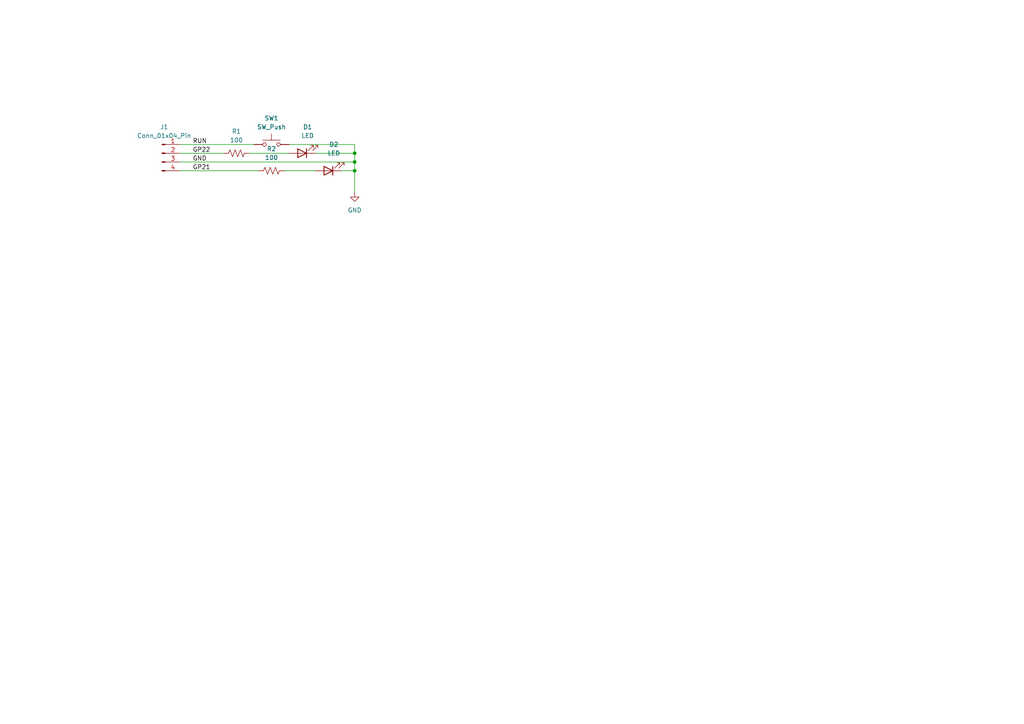
<source format=kicad_sch>
(kicad_sch (version 20250114) (generator "eeschema") (generator_version "9.0")
  (paper "A4")
  (title_block (title "Pico Tobbie PCB") (date "2025-11-25") (rev "1.0.0"))
  (lib_symbols
    (symbol "Connector:Conn_01x04_Pin" (pin_names (offset 1.016) (hide yes))
      (property "Reference" "J" (at 0 5.08 0))
      (property "Value" "Conn_01x04_Pin" (at 0 -7.62 0))
      (symbol "Conn_01x04_Pin_1_1"
        (rectangle (start 0.8636 2.667) (end 0 2.413) (stroke (width 0.1524)) (fill (type outline)))
        (rectangle (start 0.8636 0.127) (end 0 -0.127) (stroke (width 0.1524)) (fill (type outline)))
        (rectangle (start 0.8636 -2.413) (end 0 -2.667) (stroke (width 0.1524)) (fill (type outline)))
        (rectangle (start 0.8636 -4.953) (end 0 -5.207) (stroke (width 0.1524)) (fill (type outline)))
        (polyline (pts (xy 1.27 2.54) (xy 0.8636 2.54)) (stroke (width 0.1524)))
        (polyline (pts (xy 1.27 0) (xy 0.8636 0)) (stroke (width 0.1524)))
        (polyline (pts (xy 1.27 -2.54) (xy 0.8636 -2.54)) (stroke (width 0.1524)))
        (polyline (pts (xy 1.27 -5.08) (xy 0.8636 -5.08)) (stroke (width 0.1524)))
        (pin passive line (at 5.08 2.54 180) (length 3.81) (name "Pin_1") (number "1"))
        (pin passive line (at 5.08 0 180) (length 3.81) (name "Pin_2") (number "2"))
        (pin passive line (at 5.08 -2.54 180) (length 3.81) (name "Pin_3") (number "3"))
        (pin passive line (at 5.08 -5.08 180) (length 3.81) (name "Pin_4") (number "4"))
      )
    )
    (symbol "Device:LED" (pin_numbers (hide yes)) (pin_names (offset 1.016) (hide yes))
      (property "Reference" "D" (at 0 2.54 0))
      (property "Value" "LED" (at 0 -2.54 0))
      (symbol "LED_0_1"
        (polyline (pts (xy -3.048 -0.762) (xy -4.572 -2.286) (xy -3.81 -2.286) (xy -4.572 -2.286) (xy -4.572 -1.524)))
        (polyline (pts (xy -1.778 -0.762) (xy -3.302 -2.286) (xy -2.54 -2.286) (xy -3.302 -2.286) (xy -3.302 -1.524)))
        (polyline (pts (xy -1.27 0) (xy 1.27 0)))
        (polyline (pts (xy -1.27 -1.27) (xy -1.27 1.27)) (stroke (width 0.254)))
        (polyline (pts (xy 1.27 -1.27) (xy 1.27 1.27) (xy -1.27 0) (xy 1.27 -1.27)) (stroke (width 0.254)))
      )
      (symbol "LED_1_1"
        (pin passive line (at -3.81 0 0) (length 2.54) (name "K") (number "1"))
        (pin passive line (at 3.81 0 180) (length 2.54) (name "A") (number "2"))
      )
    )
    (symbol "Device:R_US" (pin_numbers (hide yes)) (pin_names (offset 0))
      (property "Reference" "R" (at 2.54 0 90))
      (property "Value" "R_US" (at -2.54 0 90))
      (symbol "R_US_0_1"
        (polyline (pts (xy 0 2.286) (xy 0 2.54)))
        (polyline (pts (xy 0 2.286) (xy 1.016 1.905) (xy 0 1.524) (xy -1.016 1.143) (xy 0 0.762)))
        (polyline (pts (xy 0 0.762) (xy 1.016 0.381) (xy 0 0) (xy -1.016 -0.381) (xy 0 -0.762)))
        (polyline (pts (xy 0 -0.762) (xy 1.016 -1.143) (xy 0 -1.524) (xy -1.016 -1.905) (xy 0 -2.286)))
        (polyline (pts (xy 0 -2.286) (xy 0 -2.54)))
      )
      (symbol "R_US_1_1"
        (pin passive line (at 0 3.81 270) (length 1.27) (name "~") (number "1"))
        (pin passive line (at 0 -3.81 90) (length 1.27) (name "~") (number "2"))
      )
    )
    (symbol "Switch:SW_Push" (pin_numbers (hide yes)) (pin_names (offset 1.016) (hide yes))
      (property "Reference" "SW" (at 1.27 2.54 0))
      (property "Value" "SW_Push" (at 0 -1.524 0))
      (symbol "SW_Push_0_1"
        (circle (center -2.032 0) (radius 0.508))
        (polyline (pts (xy 0 1.27) (xy 0 3.048)))
        (circle (center 2.032 0) (radius 0.508))
        (polyline (pts (xy 2.54 1.27) (xy -2.54 1.27)))
        (pin passive line (at -5.08 0 0) (length 2.54) (name "1") (number "1"))
        (pin passive line (at 5.08 0 180) (length 2.54) (name "2") (number "2"))
      )
    )
    (symbol "power:GND" (power) (pin_numbers (hide yes)) (pin_names (offset 0) (hide yes))
      (property "Value" "GND" (at 0 -3.81 0))
      (symbol "GND_0_1"
        (polyline (pts (xy 0 0) (xy 0 -1.27) (xy 1.27 -1.27) (xy 0 -2.54) (xy -1.27 -1.27) (xy 0 -1.27)))
      )
      (symbol "GND_1_1"
        (pin power_in line (at 0 0 270) (length 0) (name "~") (number "1"))
      )
    )
  )
  (junction (at 102.87 49.53))
  (junction (at 102.87 46.99))
  (junction (at 102.87 44.45))
  (wire (pts (xy 102.87 46.99) (xy 102.87 49.53)))
  (wire (pts (xy 102.87 44.45) (xy 102.87 46.99)))
  (wire (pts (xy 52.07 44.45) (xy 64.77 44.45)))
  (wire (pts (xy 52.07 46.99) (xy 102.87 46.99)))
  (wire (pts (xy 82.55 49.53) (xy 91.44 49.53)))
  (wire (pts (xy 102.87 41.91) (xy 102.87 44.45)))
  (wire (pts (xy 99.06 49.53) (xy 102.87 49.53)))
  (wire (pts (xy 91.44 44.45) (xy 102.87 44.45)))
  (wire (pts (xy 83.82 41.91) (xy 102.87 41.91)))
  (wire (pts (xy 102.87 49.53) (xy 102.87 55.88)))
  (wire (pts (xy 72.39 44.45) (xy 83.82 44.45)))
  (wire (pts (xy 52.07 41.91) (xy 73.66 41.91)))
  (wire (pts (xy 52.07 49.53) (xy 74.93 49.53)))
  (label "GP21" (at 55.88 49.53 0))
  (label "GND" (at 55.88 46.99 0))
  (label "GP22" (at 55.88 44.45 0))
  (label "RUN" (at 55.88 41.91 0))
  (symbol (lib_id "Device:LED") (at 87.63 44.45 180) (unit 1)
    (property "Reference" "D1" (at 89.2175 36.83 0))
    (property "Value" "LED" (at 89.2175 39.37 0))
    (property "Description" "Light emitting diode" (effects (hide yes)))
    (property "Sim.Pins" "1=K 2=A" (effects (hide yes)))
  )
  (symbol (lib_id "power:GND") (at 102.87 55.88 0) (unit 1)
    (property "Reference" "#PWR01" (effects (hide yes)))
    (property "Value" "GND" (at 102.87 60.96 0))
    (property "Description" "Power symbol creates a global label with name \"GND\" , ground" (effects (hide yes)))
  )
  (symbol (lib_id "Connector:Conn_01x04_Pin") (at 46.99 44.45 0) (unit 1)
    (property "Reference" "J1" (at 47.625 36.83 0))
    (property "Value" "Conn_01x04_Pin" (at 47.625 39.37 0))
    (property "Description" "Generic connector, single row, 01x04, script generated" (effects (hide yes)))
  )
  (symbol (lib_id "Device:LED") (at 95.25 49.53 180) (unit 1)
    (property "Reference" "D2" (at 96.8375 41.91 0))
    (property "Value" "LED" (at 96.8375 44.45 0))
    (property "Description" "Light emitting diode" (effects (hide yes)))
    (property "Sim.Pins" "1=K 2=A" (effects (hide yes)))
  )
  (symbol (lib_id "Device:R_US") (at 68.58 44.45 90) (unit 1)
    (property "Reference" "R1" (at 68.58 38.1 90))
    (property "Value" "100" (at 68.58 40.64 90))
    (property "Description" "Resistor, US symbol" (effects (hide yes)))
  )
  (symbol (lib_id "Switch:SW_Push") (at 78.74 41.91 0) (unit 1)
    (property "Reference" "SW1" (at 78.74 34.29 0))
    (property "Value" "SW_Push" (at 78.74 36.83 0))
    (property "Description" "Push button switch, generic, two pins" (effects (hide yes)))
  )
  (symbol (lib_id "Device:R_US") (at 78.74 49.53 90) (unit 1)
    (property "Reference" "R2" (at 78.74 43.18 90))
    (property "Value" "100" (at 78.74 45.72 90))
    (property "Description" "Resistor, US symbol" (effects (hide yes)))
  )
)
</source>
